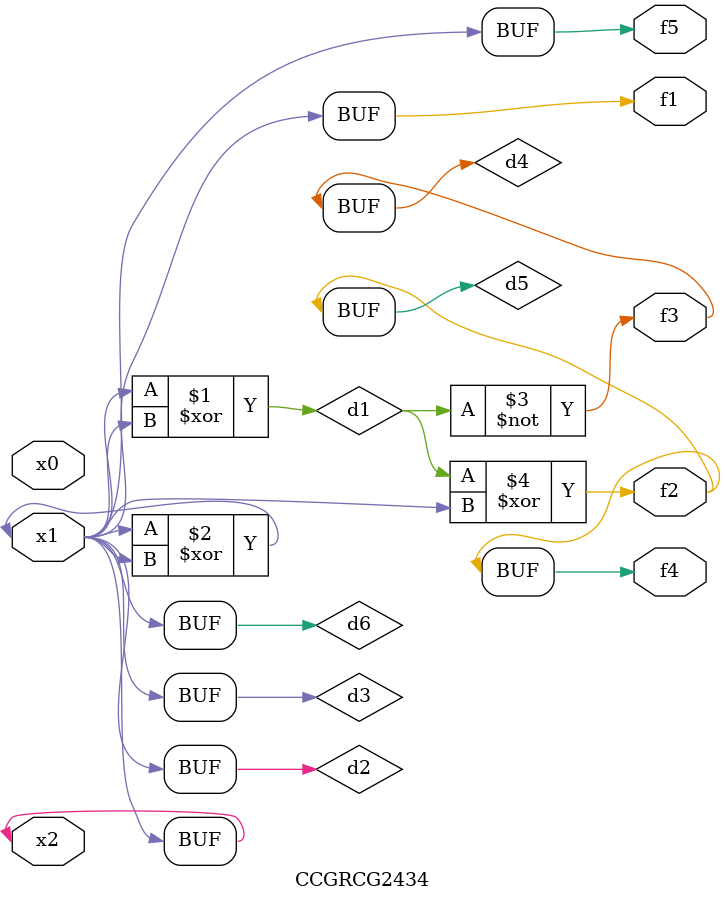
<source format=v>
module CCGRCG2434(
	input x0, x1, x2,
	output f1, f2, f3, f4, f5
);

	wire d1, d2, d3, d4, d5, d6;

	xor (d1, x1, x2);
	buf (d2, x1, x2);
	xor (d3, x1, x2);
	nor (d4, d1);
	xor (d5, d1, d2);
	buf (d6, d2, d3);
	assign f1 = d6;
	assign f2 = d5;
	assign f3 = d4;
	assign f4 = d5;
	assign f5 = d6;
endmodule

</source>
